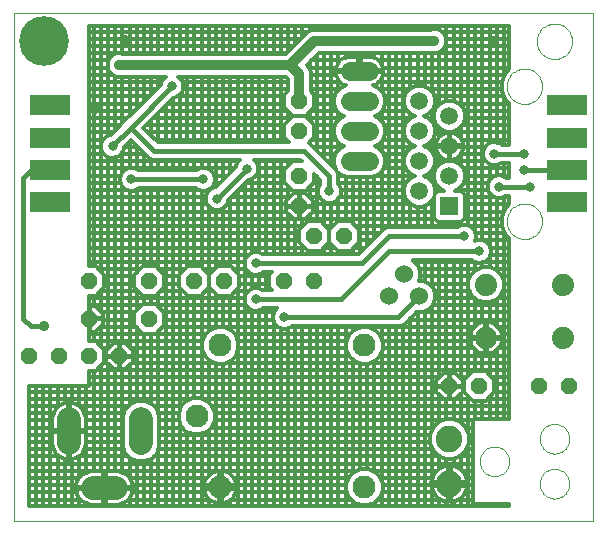
<source format=gbl>
G75*
G70*
%OFA0B0*%
%FSLAX24Y24*%
%IPPOS*%
%LPD*%
%AMOC8*
5,1,8,0,0,1.08239X$1,22.5*
%
%ADD10C,0.0000*%
%ADD11OC8,0.0560*%
%ADD12C,0.0594*%
%ADD13R,0.0594X0.0594*%
%ADD14R,0.1378X0.0669*%
%ADD15C,0.0640*%
%ADD16C,0.0787*%
%ADD17C,0.0768*%
%ADD18C,0.0600*%
%ADD19C,0.0886*%
%ADD20C,0.0740*%
%ADD21C,0.0120*%
%ADD22C,0.0356*%
%ADD23C,0.0320*%
%ADD24C,0.0317*%
%ADD25C,0.0160*%
%ADD26C,0.1660*%
D10*
X004380Y000300D02*
X004380Y017249D01*
X023671Y017249D01*
X023671Y000300D01*
X004380Y000300D01*
X019888Y002300D02*
X019890Y002344D01*
X019896Y002388D01*
X019906Y002431D01*
X019919Y002473D01*
X019937Y002513D01*
X019958Y002552D01*
X019982Y002589D01*
X020009Y002624D01*
X020040Y002656D01*
X020073Y002685D01*
X020109Y002711D01*
X020147Y002733D01*
X020187Y002752D01*
X020228Y002768D01*
X020271Y002780D01*
X020314Y002788D01*
X020358Y002792D01*
X020402Y002792D01*
X020446Y002788D01*
X020489Y002780D01*
X020532Y002768D01*
X020573Y002752D01*
X020613Y002733D01*
X020651Y002711D01*
X020687Y002685D01*
X020720Y002656D01*
X020751Y002624D01*
X020778Y002589D01*
X020802Y002552D01*
X020823Y002513D01*
X020841Y002473D01*
X020854Y002431D01*
X020864Y002388D01*
X020870Y002344D01*
X020872Y002300D01*
X020870Y002256D01*
X020864Y002212D01*
X020854Y002169D01*
X020841Y002127D01*
X020823Y002087D01*
X020802Y002048D01*
X020778Y002011D01*
X020751Y001976D01*
X020720Y001944D01*
X020687Y001915D01*
X020651Y001889D01*
X020613Y001867D01*
X020573Y001848D01*
X020532Y001832D01*
X020489Y001820D01*
X020446Y001812D01*
X020402Y001808D01*
X020358Y001808D01*
X020314Y001812D01*
X020271Y001820D01*
X020228Y001832D01*
X020187Y001848D01*
X020147Y001867D01*
X020109Y001889D01*
X020073Y001915D01*
X020040Y001944D01*
X020009Y001976D01*
X019982Y002011D01*
X019958Y002048D01*
X019937Y002087D01*
X019919Y002127D01*
X019906Y002169D01*
X019896Y002212D01*
X019890Y002256D01*
X019888Y002300D01*
X021888Y001550D02*
X021890Y001594D01*
X021896Y001638D01*
X021906Y001681D01*
X021919Y001723D01*
X021937Y001763D01*
X021958Y001802D01*
X021982Y001839D01*
X022009Y001874D01*
X022040Y001906D01*
X022073Y001935D01*
X022109Y001961D01*
X022147Y001983D01*
X022187Y002002D01*
X022228Y002018D01*
X022271Y002030D01*
X022314Y002038D01*
X022358Y002042D01*
X022402Y002042D01*
X022446Y002038D01*
X022489Y002030D01*
X022532Y002018D01*
X022573Y002002D01*
X022613Y001983D01*
X022651Y001961D01*
X022687Y001935D01*
X022720Y001906D01*
X022751Y001874D01*
X022778Y001839D01*
X022802Y001802D01*
X022823Y001763D01*
X022841Y001723D01*
X022854Y001681D01*
X022864Y001638D01*
X022870Y001594D01*
X022872Y001550D01*
X022870Y001506D01*
X022864Y001462D01*
X022854Y001419D01*
X022841Y001377D01*
X022823Y001337D01*
X022802Y001298D01*
X022778Y001261D01*
X022751Y001226D01*
X022720Y001194D01*
X022687Y001165D01*
X022651Y001139D01*
X022613Y001117D01*
X022573Y001098D01*
X022532Y001082D01*
X022489Y001070D01*
X022446Y001062D01*
X022402Y001058D01*
X022358Y001058D01*
X022314Y001062D01*
X022271Y001070D01*
X022228Y001082D01*
X022187Y001098D01*
X022147Y001117D01*
X022109Y001139D01*
X022073Y001165D01*
X022040Y001194D01*
X022009Y001226D01*
X021982Y001261D01*
X021958Y001298D01*
X021937Y001337D01*
X021919Y001377D01*
X021906Y001419D01*
X021896Y001462D01*
X021890Y001506D01*
X021888Y001550D01*
X021888Y003050D02*
X021890Y003094D01*
X021896Y003138D01*
X021906Y003181D01*
X021919Y003223D01*
X021937Y003263D01*
X021958Y003302D01*
X021982Y003339D01*
X022009Y003374D01*
X022040Y003406D01*
X022073Y003435D01*
X022109Y003461D01*
X022147Y003483D01*
X022187Y003502D01*
X022228Y003518D01*
X022271Y003530D01*
X022314Y003538D01*
X022358Y003542D01*
X022402Y003542D01*
X022446Y003538D01*
X022489Y003530D01*
X022532Y003518D01*
X022573Y003502D01*
X022613Y003483D01*
X022651Y003461D01*
X022687Y003435D01*
X022720Y003406D01*
X022751Y003374D01*
X022778Y003339D01*
X022802Y003302D01*
X022823Y003263D01*
X022841Y003223D01*
X022854Y003181D01*
X022864Y003138D01*
X022870Y003094D01*
X022872Y003050D01*
X022870Y003006D01*
X022864Y002962D01*
X022854Y002919D01*
X022841Y002877D01*
X022823Y002837D01*
X022802Y002798D01*
X022778Y002761D01*
X022751Y002726D01*
X022720Y002694D01*
X022687Y002665D01*
X022651Y002639D01*
X022613Y002617D01*
X022573Y002598D01*
X022532Y002582D01*
X022489Y002570D01*
X022446Y002562D01*
X022402Y002558D01*
X022358Y002558D01*
X022314Y002562D01*
X022271Y002570D01*
X022228Y002582D01*
X022187Y002598D01*
X022147Y002617D01*
X022109Y002639D01*
X022073Y002665D01*
X022040Y002694D01*
X022009Y002726D01*
X021982Y002761D01*
X021958Y002798D01*
X021937Y002837D01*
X021919Y002877D01*
X021906Y002919D01*
X021896Y002962D01*
X021890Y003006D01*
X021888Y003050D01*
X020789Y010300D02*
X020791Y010348D01*
X020797Y010396D01*
X020807Y010443D01*
X020820Y010489D01*
X020838Y010534D01*
X020858Y010578D01*
X020883Y010620D01*
X020911Y010659D01*
X020941Y010696D01*
X020975Y010730D01*
X021012Y010762D01*
X021050Y010791D01*
X021091Y010816D01*
X021134Y010838D01*
X021179Y010856D01*
X021225Y010870D01*
X021272Y010881D01*
X021320Y010888D01*
X021368Y010891D01*
X021416Y010890D01*
X021464Y010885D01*
X021512Y010876D01*
X021558Y010864D01*
X021603Y010847D01*
X021647Y010827D01*
X021689Y010804D01*
X021729Y010777D01*
X021767Y010747D01*
X021802Y010714D01*
X021834Y010678D01*
X021864Y010640D01*
X021890Y010599D01*
X021912Y010556D01*
X021932Y010512D01*
X021947Y010467D01*
X021959Y010420D01*
X021967Y010372D01*
X021971Y010324D01*
X021971Y010276D01*
X021967Y010228D01*
X021959Y010180D01*
X021947Y010133D01*
X021932Y010088D01*
X021912Y010044D01*
X021890Y010001D01*
X021864Y009960D01*
X021834Y009922D01*
X021802Y009886D01*
X021767Y009853D01*
X021729Y009823D01*
X021689Y009796D01*
X021647Y009773D01*
X021603Y009753D01*
X021558Y009736D01*
X021512Y009724D01*
X021464Y009715D01*
X021416Y009710D01*
X021368Y009709D01*
X021320Y009712D01*
X021272Y009719D01*
X021225Y009730D01*
X021179Y009744D01*
X021134Y009762D01*
X021091Y009784D01*
X021050Y009809D01*
X021012Y009838D01*
X020975Y009870D01*
X020941Y009904D01*
X020911Y009941D01*
X020883Y009980D01*
X020858Y010022D01*
X020838Y010066D01*
X020820Y010111D01*
X020807Y010157D01*
X020797Y010204D01*
X020791Y010252D01*
X020789Y010300D01*
X020789Y014800D02*
X020791Y014848D01*
X020797Y014896D01*
X020807Y014943D01*
X020820Y014989D01*
X020838Y015034D01*
X020858Y015078D01*
X020883Y015120D01*
X020911Y015159D01*
X020941Y015196D01*
X020975Y015230D01*
X021012Y015262D01*
X021050Y015291D01*
X021091Y015316D01*
X021134Y015338D01*
X021179Y015356D01*
X021225Y015370D01*
X021272Y015381D01*
X021320Y015388D01*
X021368Y015391D01*
X021416Y015390D01*
X021464Y015385D01*
X021512Y015376D01*
X021558Y015364D01*
X021603Y015347D01*
X021647Y015327D01*
X021689Y015304D01*
X021729Y015277D01*
X021767Y015247D01*
X021802Y015214D01*
X021834Y015178D01*
X021864Y015140D01*
X021890Y015099D01*
X021912Y015056D01*
X021932Y015012D01*
X021947Y014967D01*
X021959Y014920D01*
X021967Y014872D01*
X021971Y014824D01*
X021971Y014776D01*
X021967Y014728D01*
X021959Y014680D01*
X021947Y014633D01*
X021932Y014588D01*
X021912Y014544D01*
X021890Y014501D01*
X021864Y014460D01*
X021834Y014422D01*
X021802Y014386D01*
X021767Y014353D01*
X021729Y014323D01*
X021689Y014296D01*
X021647Y014273D01*
X021603Y014253D01*
X021558Y014236D01*
X021512Y014224D01*
X021464Y014215D01*
X021416Y014210D01*
X021368Y014209D01*
X021320Y014212D01*
X021272Y014219D01*
X021225Y014230D01*
X021179Y014244D01*
X021134Y014262D01*
X021091Y014284D01*
X021050Y014309D01*
X021012Y014338D01*
X020975Y014370D01*
X020941Y014404D01*
X020911Y014441D01*
X020883Y014480D01*
X020858Y014522D01*
X020838Y014566D01*
X020820Y014611D01*
X020807Y014657D01*
X020797Y014704D01*
X020791Y014752D01*
X020789Y014800D01*
X021789Y016300D02*
X021791Y016348D01*
X021797Y016396D01*
X021807Y016443D01*
X021820Y016489D01*
X021838Y016534D01*
X021858Y016578D01*
X021883Y016620D01*
X021911Y016659D01*
X021941Y016696D01*
X021975Y016730D01*
X022012Y016762D01*
X022050Y016791D01*
X022091Y016816D01*
X022134Y016838D01*
X022179Y016856D01*
X022225Y016870D01*
X022272Y016881D01*
X022320Y016888D01*
X022368Y016891D01*
X022416Y016890D01*
X022464Y016885D01*
X022512Y016876D01*
X022558Y016864D01*
X022603Y016847D01*
X022647Y016827D01*
X022689Y016804D01*
X022729Y016777D01*
X022767Y016747D01*
X022802Y016714D01*
X022834Y016678D01*
X022864Y016640D01*
X022890Y016599D01*
X022912Y016556D01*
X022932Y016512D01*
X022947Y016467D01*
X022959Y016420D01*
X022967Y016372D01*
X022971Y016324D01*
X022971Y016276D01*
X022967Y016228D01*
X022959Y016180D01*
X022947Y016133D01*
X022932Y016088D01*
X022912Y016044D01*
X022890Y016001D01*
X022864Y015960D01*
X022834Y015922D01*
X022802Y015886D01*
X022767Y015853D01*
X022729Y015823D01*
X022689Y015796D01*
X022647Y015773D01*
X022603Y015753D01*
X022558Y015736D01*
X022512Y015724D01*
X022464Y015715D01*
X022416Y015710D01*
X022368Y015709D01*
X022320Y015712D01*
X022272Y015719D01*
X022225Y015730D01*
X022179Y015744D01*
X022134Y015762D01*
X022091Y015784D01*
X022050Y015809D01*
X022012Y015838D01*
X021975Y015870D01*
X021941Y015904D01*
X021911Y015941D01*
X021883Y015980D01*
X021858Y016022D01*
X021838Y016066D01*
X021820Y016111D01*
X021807Y016157D01*
X021797Y016204D01*
X021791Y016252D01*
X021789Y016300D01*
D11*
X013880Y014300D03*
X013880Y013300D03*
X013880Y011800D03*
X013880Y010800D03*
X014380Y009800D03*
X015380Y009800D03*
X014380Y008300D03*
X013380Y008300D03*
X011380Y008300D03*
X010380Y008300D03*
X008880Y008300D03*
X008880Y007050D03*
X007880Y005800D03*
X006880Y005800D03*
X005880Y005800D03*
X004880Y005800D03*
X006880Y007050D03*
X006880Y008300D03*
X018880Y004800D03*
X019880Y004800D03*
X021880Y004800D03*
X022880Y004800D03*
D12*
X017880Y011300D03*
X018880Y011800D03*
X017880Y012300D03*
X018880Y012800D03*
X017880Y013300D03*
X018880Y013800D03*
X017880Y014300D03*
D13*
X018880Y010800D03*
D14*
X022800Y010930D03*
X022800Y012010D03*
X022800Y013090D03*
X022800Y014170D03*
X005560Y014170D03*
X005560Y013090D03*
X005560Y012010D03*
X005560Y010930D03*
D15*
X015560Y012300D02*
X016200Y012300D01*
X016200Y013300D02*
X015560Y013300D01*
X015560Y014300D02*
X016200Y014300D01*
X016200Y015300D02*
X015560Y015300D01*
D16*
X008600Y003694D02*
X008600Y002906D01*
X007774Y001410D02*
X006986Y001410D01*
X006199Y002906D02*
X006199Y003694D01*
D17*
X010455Y003800D03*
X011242Y001438D03*
X016045Y001438D03*
X016045Y006162D03*
X011242Y006162D03*
D18*
X016880Y007800D03*
X017380Y008550D03*
X017880Y007800D03*
D19*
X018880Y003050D03*
X018880Y001550D03*
D20*
X020100Y006410D03*
X020100Y008190D03*
X022660Y008190D03*
X022660Y006410D03*
D21*
X020880Y006300D02*
X020619Y006300D01*
X020617Y006286D02*
X020630Y006368D01*
X020630Y006370D01*
X020140Y006370D01*
X020140Y006450D01*
X020630Y006450D01*
X020630Y006452D01*
X020617Y006534D01*
X020591Y006613D01*
X020553Y006688D01*
X020504Y006755D01*
X020445Y006814D01*
X020378Y006863D01*
X020303Y006901D01*
X020224Y006927D01*
X020142Y006940D01*
X020140Y006940D01*
X020140Y006450D01*
X020060Y006450D01*
X020060Y006940D01*
X020058Y006940D01*
X019976Y006927D01*
X019897Y006901D01*
X019822Y006863D01*
X019755Y006814D01*
X019696Y006755D01*
X019647Y006688D01*
X019609Y006613D01*
X019583Y006534D01*
X019570Y006452D01*
X019570Y006450D01*
X020060Y006450D01*
X020060Y006370D01*
X020140Y006370D01*
X020140Y005880D01*
X020142Y005880D01*
X020224Y005893D01*
X020303Y005919D01*
X020378Y005957D01*
X020445Y006006D01*
X020504Y006065D01*
X020553Y006132D01*
X020591Y006207D01*
X020617Y006286D01*
X020460Y006370D02*
X020460Y006450D01*
X020615Y006540D02*
X020880Y006540D01*
X020880Y006780D02*
X020480Y006780D01*
X020460Y006800D02*
X020460Y007716D01*
X020484Y007740D02*
X020880Y007740D01*
X020880Y007980D02*
X020652Y007980D01*
X020690Y008073D02*
X020600Y007856D01*
X020434Y007690D01*
X020217Y007600D01*
X019983Y007600D01*
X019766Y007690D01*
X019600Y007856D01*
X019510Y008073D01*
X019510Y008307D01*
X019600Y008524D01*
X019766Y008690D01*
X019983Y008780D01*
X020217Y008780D01*
X020434Y008690D01*
X020600Y008524D01*
X020690Y008307D01*
X020690Y008073D01*
X020690Y008220D02*
X020880Y008220D01*
X020880Y008460D02*
X020627Y008460D01*
X020460Y008664D02*
X020460Y011072D01*
X020455Y011072D02*
X020605Y011072D01*
X020744Y011129D01*
X020765Y011150D01*
X020880Y011150D01*
X020880Y010861D01*
X020744Y010725D01*
X020629Y010449D01*
X020629Y010151D01*
X020744Y009875D01*
X020880Y009739D01*
X020880Y003710D01*
X019705Y003710D01*
X019670Y003675D01*
X019670Y000925D01*
X019705Y000890D01*
X020880Y000890D01*
X020880Y000800D01*
X004880Y000800D01*
X004880Y004800D01*
X006880Y004800D01*
X006880Y005300D01*
X007087Y005300D01*
X007380Y005593D01*
X007380Y006007D01*
X007087Y006300D01*
X006880Y006300D01*
X010646Y006300D01*
X010638Y006282D02*
X010638Y006042D01*
X010730Y005820D01*
X010900Y005650D01*
X011122Y005558D01*
X011362Y005558D01*
X011584Y005650D01*
X011754Y005820D01*
X015534Y005820D01*
X015533Y005820D02*
X015703Y005650D01*
X015925Y005558D01*
X016165Y005558D01*
X016387Y005650D01*
X016557Y005820D01*
X020880Y005820D01*
X020880Y005580D02*
X016218Y005580D01*
X016140Y005558D02*
X016140Y002042D01*
X016165Y002042D02*
X015925Y002042D01*
X015703Y001950D01*
X015533Y001780D01*
X015441Y001558D01*
X015441Y001318D01*
X015533Y001096D01*
X015703Y000926D01*
X015925Y000834D01*
X016165Y000834D01*
X016387Y000926D01*
X016557Y001096D01*
X016649Y001318D01*
X016649Y001558D01*
X016557Y001780D01*
X016387Y001950D01*
X016165Y002042D01*
X016314Y001980D02*
X018457Y001980D01*
X018487Y002010D02*
X018420Y001943D01*
X018364Y001866D01*
X018321Y001781D01*
X018292Y001691D01*
X018279Y001610D01*
X018820Y001610D01*
X018820Y002151D01*
X018739Y002138D01*
X018649Y002109D01*
X018564Y002066D01*
X018487Y002010D01*
X018540Y002048D02*
X018540Y002473D01*
X018572Y002460D02*
X009022Y002460D01*
X008948Y002386D02*
X009121Y002559D01*
X009214Y002784D01*
X009214Y003816D01*
X009121Y004041D01*
X008948Y004214D01*
X008723Y004307D01*
X008478Y004307D01*
X008253Y004214D01*
X008080Y004041D01*
X007987Y003816D01*
X007987Y002784D01*
X008080Y002559D01*
X008253Y002386D01*
X008478Y002293D01*
X008723Y002293D01*
X008948Y002386D01*
X008940Y002383D02*
X008940Y000800D01*
X008700Y000800D02*
X008700Y002293D01*
X008460Y002300D02*
X008460Y000800D01*
X008220Y000800D02*
X008220Y001083D01*
X008196Y001050D02*
X008247Y001120D01*
X008287Y001198D01*
X008314Y001281D01*
X008327Y001367D01*
X008327Y001372D01*
X007418Y001372D01*
X007418Y000857D01*
X007817Y000857D01*
X007903Y000870D01*
X007986Y000897D01*
X008064Y000937D01*
X008134Y000988D01*
X008196Y001050D01*
X008167Y001020D02*
X010892Y001020D01*
X010888Y001023D02*
X010957Y000973D01*
X011033Y000934D01*
X011115Y000907D01*
X011182Y000897D01*
X011182Y001378D01*
X010701Y001378D01*
X010712Y001310D01*
X010738Y001229D01*
X010777Y001153D01*
X010827Y001083D01*
X010888Y001023D01*
X010860Y001051D02*
X010860Y000800D01*
X010620Y000800D02*
X010620Y003215D01*
X010575Y003196D02*
X010797Y003288D01*
X010967Y003458D01*
X011059Y003680D01*
X011059Y003920D01*
X010967Y004142D01*
X010797Y004312D01*
X010575Y004404D01*
X010335Y004404D01*
X010113Y004312D01*
X009943Y004142D01*
X009851Y003920D01*
X009851Y003680D01*
X009943Y003458D01*
X010113Y003288D01*
X010335Y003196D01*
X010575Y003196D01*
X010380Y003196D02*
X010380Y000800D01*
X010140Y000800D02*
X010140Y003277D01*
X009981Y003420D02*
X009214Y003420D01*
X009214Y003180D02*
X018217Y003180D01*
X018217Y003182D02*
X018217Y002918D01*
X018318Y002674D01*
X018504Y002488D01*
X018748Y002387D01*
X019012Y002387D01*
X019256Y002488D01*
X019442Y002674D01*
X019543Y002918D01*
X019543Y003182D01*
X019442Y003426D01*
X019256Y003612D01*
X019012Y003713D01*
X018748Y003713D01*
X018504Y003612D01*
X018318Y003426D01*
X018217Y003182D01*
X018300Y003382D02*
X018300Y007485D01*
X018315Y007500D02*
X020880Y007500D01*
X020880Y007260D02*
X017764Y007260D01*
X017784Y007280D02*
X017983Y007280D01*
X018175Y007359D01*
X018321Y007505D01*
X018400Y007697D01*
X018400Y007903D01*
X018321Y008095D01*
X018175Y008241D01*
X017983Y008320D01*
X017848Y008320D01*
X017900Y008447D01*
X017900Y008653D01*
X017821Y008845D01*
X017675Y008991D01*
X017652Y009000D01*
X019645Y009000D01*
X019666Y008979D01*
X019805Y008922D01*
X019955Y008922D01*
X020094Y008979D01*
X020201Y009086D01*
X020258Y009225D01*
X020258Y009375D01*
X020201Y009514D01*
X020094Y009621D01*
X019955Y009678D01*
X019805Y009678D01*
X019726Y009646D01*
X019758Y009725D01*
X019758Y009875D01*
X019701Y010014D01*
X019594Y010121D01*
X019455Y010178D01*
X019305Y010178D01*
X019166Y010121D01*
X019145Y010100D01*
X016820Y010100D01*
X016710Y010054D01*
X016626Y009970D01*
X015856Y009200D01*
X012665Y009200D01*
X012644Y009221D01*
X012505Y009278D01*
X012355Y009278D01*
X012216Y009221D01*
X012109Y009114D01*
X012052Y008975D01*
X012052Y008825D01*
X012109Y008686D01*
X012216Y008579D01*
X012355Y008522D01*
X012505Y008522D01*
X012644Y008579D01*
X012665Y008600D01*
X012973Y008600D01*
X012880Y008507D01*
X012880Y008093D01*
X012973Y008000D01*
X012665Y008000D01*
X012644Y008021D01*
X012505Y008078D01*
X012355Y008078D01*
X012216Y008021D01*
X012109Y007914D01*
X012052Y007775D01*
X012052Y007625D01*
X012109Y007486D01*
X012216Y007379D01*
X012355Y007322D01*
X012505Y007322D01*
X012644Y007379D01*
X012665Y007400D01*
X013145Y007400D01*
X013059Y007314D01*
X013002Y007175D01*
X013002Y007025D01*
X013059Y006886D01*
X013166Y006779D01*
X013305Y006722D01*
X013455Y006722D01*
X013594Y006779D01*
X013615Y006800D01*
X017240Y006800D01*
X017350Y006846D01*
X017784Y007280D01*
X017820Y007280D02*
X017820Y000800D01*
X017580Y000800D02*
X017580Y007076D01*
X017524Y007020D02*
X020880Y007020D01*
X020220Y006928D02*
X020220Y007601D01*
X019980Y007601D02*
X019980Y006928D01*
X020060Y006780D02*
X020140Y006780D01*
X020140Y006540D02*
X020060Y006540D01*
X019980Y006450D02*
X019980Y006370D01*
X020060Y006370D02*
X019570Y006370D01*
X019570Y006368D01*
X019583Y006286D01*
X019609Y006207D01*
X019647Y006132D01*
X019696Y006065D01*
X019755Y006006D01*
X019822Y005957D01*
X019897Y005919D01*
X019976Y005893D01*
X020058Y005880D01*
X020060Y005880D01*
X020060Y006370D01*
X020060Y006300D02*
X020140Y006300D01*
X020220Y006370D02*
X020220Y006450D01*
X019740Y006450D02*
X019740Y006370D01*
X019581Y006300D02*
X016642Y006300D01*
X016649Y006282D02*
X016557Y006504D01*
X016387Y006674D01*
X016165Y006766D01*
X015925Y006766D01*
X015703Y006674D01*
X015533Y006504D01*
X015441Y006282D01*
X015441Y006042D01*
X015533Y005820D01*
X015660Y005694D02*
X015660Y001906D01*
X015776Y001980D02*
X004880Y001980D01*
X004880Y002220D02*
X019670Y002220D01*
X019670Y001980D02*
X019303Y001980D01*
X019273Y002010D02*
X019196Y002066D01*
X019111Y002109D01*
X019021Y002138D01*
X018940Y002151D01*
X018940Y001610D01*
X019481Y001610D01*
X019468Y001691D01*
X019439Y001781D01*
X019396Y001866D01*
X019340Y001943D01*
X019273Y002010D01*
X019260Y002019D02*
X019260Y002493D01*
X019188Y002460D02*
X019670Y002460D01*
X019670Y002700D02*
X019453Y002700D01*
X019500Y002815D02*
X019500Y000800D01*
X019260Y000800D02*
X019260Y001081D01*
X019273Y001090D02*
X019340Y001157D01*
X019396Y001234D01*
X019439Y001319D01*
X019468Y001409D01*
X019481Y001490D01*
X018940Y001490D01*
X018940Y001610D01*
X018820Y001610D01*
X018820Y001490D01*
X018940Y001490D01*
X018940Y000949D01*
X019021Y000962D01*
X019111Y000991D01*
X019196Y001034D01*
X019273Y001090D01*
X019168Y001020D02*
X019670Y001020D01*
X019740Y000890D02*
X019740Y000800D01*
X019980Y000800D02*
X019980Y000890D01*
X020220Y000890D02*
X020220Y000800D01*
X020460Y000800D02*
X020460Y000890D01*
X020700Y000890D02*
X020700Y000800D01*
X019670Y001260D02*
X019409Y001260D01*
X019260Y001490D02*
X019260Y001610D01*
X019452Y001740D02*
X019670Y001740D01*
X019670Y001500D02*
X018940Y001500D01*
X019020Y001490D02*
X019020Y001610D01*
X018940Y001740D02*
X018820Y001740D01*
X018780Y001610D02*
X018780Y001490D01*
X018820Y001490D02*
X018279Y001490D01*
X018292Y001409D01*
X018321Y001319D01*
X018364Y001234D01*
X018420Y001157D01*
X018487Y001090D01*
X018564Y001034D01*
X018649Y000991D01*
X018739Y000962D01*
X018820Y000949D01*
X018820Y001490D01*
X018820Y001500D02*
X016649Y001500D01*
X016620Y001628D02*
X016620Y005972D01*
X016649Y006042D02*
X016557Y005820D01*
X016649Y006042D02*
X016649Y006282D01*
X016620Y006353D02*
X016620Y006800D01*
X016860Y006800D02*
X016860Y000800D01*
X016620Y000800D02*
X016620Y001247D01*
X016625Y001260D02*
X018351Y001260D01*
X018300Y001384D02*
X018300Y000800D01*
X018060Y000800D02*
X018060Y007312D01*
X018400Y007740D02*
X019716Y007740D01*
X019740Y007716D02*
X019740Y006800D01*
X019720Y006780D02*
X013595Y006780D01*
X013500Y006740D02*
X013500Y000800D01*
X013260Y000800D02*
X013260Y006740D01*
X013165Y006780D02*
X009317Y006780D01*
X009380Y006843D02*
X009087Y006550D01*
X008673Y006550D01*
X008380Y006843D01*
X008380Y007257D01*
X008673Y007550D01*
X009087Y007550D01*
X009380Y007257D01*
X009380Y006843D01*
X009380Y007020D02*
X013004Y007020D01*
X013020Y006980D02*
X013020Y000800D01*
X012780Y000800D02*
X012780Y007400D01*
X013020Y007400D02*
X013020Y007220D01*
X013037Y007260D02*
X009377Y007260D01*
X009180Y007457D02*
X009180Y007893D01*
X009267Y007980D02*
X009993Y007980D01*
X009900Y008073D02*
X009900Y004039D01*
X009942Y004140D02*
X009022Y004140D01*
X008940Y004217D02*
X008940Y006550D01*
X008700Y006550D02*
X008700Y004307D01*
X008460Y004300D02*
X008460Y006763D01*
X008443Y006780D02*
X007232Y006780D01*
X007260Y006808D02*
X007260Y006127D01*
X007327Y006060D02*
X007518Y006060D01*
X007500Y006042D02*
X007500Y012452D01*
X007436Y012479D02*
X007575Y012422D01*
X007725Y012422D01*
X007864Y012479D01*
X007971Y012586D01*
X008028Y012725D01*
X008028Y012774D01*
X008255Y013001D01*
X008860Y012396D01*
X008970Y012350D01*
X011895Y012350D01*
X011809Y012264D01*
X011752Y012125D01*
X011752Y012096D01*
X011084Y011428D01*
X011055Y011428D01*
X010916Y011371D01*
X010809Y011264D01*
X010752Y011125D01*
X010752Y010975D01*
X010809Y010836D01*
X010916Y010729D01*
X011055Y010672D01*
X011205Y010672D01*
X011344Y010729D01*
X011451Y010836D01*
X011508Y010975D01*
X011508Y011004D01*
X012176Y011672D01*
X012205Y011672D01*
X012344Y011729D01*
X012451Y011836D01*
X012508Y011975D01*
X012508Y012125D01*
X012451Y012264D01*
X012365Y012350D01*
X013906Y012350D01*
X013956Y012300D01*
X013673Y012300D01*
X013380Y012007D01*
X013380Y011593D01*
X013673Y011300D01*
X014087Y011300D01*
X014380Y011593D01*
X014380Y011876D01*
X014580Y011676D01*
X014580Y011535D01*
X014559Y011514D01*
X014502Y011375D01*
X014502Y011225D01*
X014559Y011086D01*
X014666Y010979D01*
X014805Y010922D01*
X014955Y010922D01*
X015094Y010979D01*
X015201Y011086D01*
X015258Y011225D01*
X015258Y011375D01*
X015201Y011514D01*
X015180Y011535D01*
X015180Y011916D01*
X015180Y011860D02*
X015140Y011956D01*
X015254Y011842D01*
X015453Y011760D01*
X016307Y011760D01*
X016506Y011842D01*
X016658Y011994D01*
X016740Y012193D01*
X016740Y012407D01*
X016658Y012606D01*
X016506Y012758D01*
X016404Y012800D01*
X016506Y012842D01*
X016658Y012994D01*
X016740Y013193D01*
X016740Y013407D01*
X016658Y013606D01*
X016506Y013758D01*
X016404Y013800D01*
X016506Y013842D01*
X016658Y013994D01*
X016740Y014193D01*
X016740Y014407D01*
X016658Y014606D01*
X016506Y014758D01*
X016321Y014835D01*
X016384Y014855D01*
X016452Y014889D01*
X016513Y014934D01*
X016566Y014987D01*
X016611Y015048D01*
X016645Y015116D01*
X016668Y015188D01*
X016680Y015260D01*
X015920Y015260D01*
X015920Y015340D01*
X015840Y015340D01*
X015840Y015780D01*
X015522Y015780D01*
X015448Y015768D01*
X015376Y015745D01*
X015308Y015711D01*
X015247Y015666D01*
X015194Y015613D01*
X015149Y015552D01*
X015115Y015484D01*
X015092Y015412D01*
X015080Y015340D01*
X015840Y015340D01*
X015840Y015260D01*
X015080Y015260D01*
X015092Y015188D01*
X015115Y015116D01*
X015149Y015048D01*
X015194Y014987D01*
X015247Y014934D01*
X015308Y014889D01*
X015376Y014855D01*
X015439Y014835D01*
X015254Y014758D01*
X015102Y014606D01*
X015020Y014407D01*
X015020Y014193D01*
X015102Y013994D01*
X015254Y013842D01*
X015356Y013800D01*
X015254Y013758D01*
X015102Y013606D01*
X015020Y013407D01*
X015020Y013193D01*
X015102Y012994D01*
X015254Y012842D01*
X015356Y012800D01*
X015254Y012758D01*
X015102Y012606D01*
X015020Y012407D01*
X015020Y012193D01*
X015097Y012008D01*
X014284Y012820D01*
X014200Y012904D01*
X014194Y012907D01*
X014380Y013093D01*
X014380Y013507D01*
X014087Y013800D01*
X014380Y014093D01*
X014380Y014507D01*
X014260Y014627D01*
X014260Y015276D01*
X014202Y015415D01*
X014117Y015500D01*
X014537Y015920D01*
X018257Y015920D01*
X018301Y015902D01*
X018459Y015902D01*
X018606Y015962D01*
X018718Y016074D01*
X018778Y016221D01*
X018778Y016379D01*
X018718Y016526D01*
X018606Y016638D01*
X018459Y016698D01*
X018301Y016698D01*
X018257Y016680D01*
X014304Y016680D01*
X014165Y016622D01*
X013423Y015880D01*
X008003Y015880D01*
X007959Y015898D01*
X007801Y015898D01*
X007654Y015838D01*
X007542Y015726D01*
X007482Y015579D01*
X007482Y015421D01*
X007542Y015274D01*
X007654Y015162D01*
X007801Y015102D01*
X007959Y015102D01*
X008003Y015120D01*
X009415Y015120D01*
X009309Y015014D01*
X009252Y014875D01*
X009252Y014846D01*
X008001Y013595D01*
X007584Y013178D01*
X007575Y013178D01*
X007436Y013121D01*
X007329Y013014D01*
X007271Y012875D01*
X007271Y012725D01*
X007329Y012586D01*
X007436Y012479D01*
X007375Y012540D02*
X006880Y012540D01*
X006880Y012300D02*
X011845Y012300D01*
X011820Y012275D02*
X011820Y012350D01*
X011580Y012350D02*
X011580Y011924D01*
X011476Y011820D02*
X011040Y011820D01*
X011058Y011775D02*
X011001Y011914D01*
X010894Y012021D01*
X010755Y012078D01*
X010605Y012078D01*
X010466Y012021D01*
X010445Y012000D01*
X008515Y012000D01*
X008494Y012021D01*
X008355Y012078D01*
X008205Y012078D01*
X008066Y012021D01*
X007959Y011914D01*
X007902Y011775D01*
X007902Y011625D01*
X007959Y011486D01*
X008066Y011379D01*
X008205Y011322D01*
X008355Y011322D01*
X008494Y011379D01*
X008515Y011400D01*
X010445Y011400D01*
X010466Y011379D01*
X010605Y011322D01*
X010755Y011322D01*
X010894Y011379D01*
X011001Y011486D01*
X011058Y011625D01*
X011058Y011775D01*
X011040Y011580D02*
X011236Y011580D01*
X011340Y011684D02*
X011340Y012350D01*
X011100Y012350D02*
X011100Y011444D01*
X010885Y011340D02*
X010800Y011340D01*
X010860Y011315D02*
X010860Y011365D01*
X010620Y011322D02*
X010620Y008767D01*
X010587Y008800D02*
X010173Y008800D01*
X009880Y008507D01*
X009880Y008093D01*
X010173Y007800D01*
X010587Y007800D01*
X010880Y008093D01*
X011173Y007800D01*
X011587Y007800D01*
X011880Y008093D01*
X011880Y008507D01*
X011587Y008800D01*
X011173Y008800D01*
X010880Y008507D01*
X010880Y008093D01*
X010880Y008507D01*
X010587Y008800D01*
X010687Y008700D02*
X011073Y008700D01*
X011100Y008727D02*
X011100Y010672D01*
X011340Y010727D02*
X011340Y008800D01*
X011580Y008800D02*
X011580Y011076D01*
X011604Y011100D02*
X013558Y011100D01*
X013500Y011042D02*
X013500Y011473D01*
X013393Y011580D02*
X012084Y011580D01*
X012060Y011556D02*
X012060Y008996D01*
X012052Y008940D02*
X006880Y008940D01*
X006880Y008800D02*
X006880Y016800D01*
X020880Y016800D01*
X020880Y015361D01*
X020744Y015225D01*
X020629Y014949D01*
X020629Y014651D01*
X020744Y014375D01*
X020880Y014239D01*
X020880Y012850D01*
X020615Y012850D01*
X020594Y012871D01*
X020455Y012928D01*
X020305Y012928D01*
X020166Y012871D01*
X020059Y012764D01*
X020002Y012625D01*
X020002Y012475D01*
X020059Y012336D01*
X020166Y012229D01*
X020305Y012172D01*
X020455Y012172D01*
X020594Y012229D01*
X020615Y012250D01*
X020880Y012250D01*
X020880Y011750D01*
X020765Y011750D01*
X020744Y011771D01*
X020605Y011828D01*
X020455Y011828D01*
X020316Y011771D01*
X020209Y011664D01*
X020152Y011525D01*
X020152Y011375D01*
X020209Y011236D01*
X020316Y011129D01*
X020455Y011072D01*
X020386Y011100D02*
X019397Y011100D01*
X019397Y011188D02*
X019268Y011317D01*
X019066Y011317D01*
X019173Y011362D01*
X019318Y011507D01*
X019397Y011697D01*
X019397Y011903D01*
X019318Y012093D01*
X019173Y012238D01*
X018983Y012317D01*
X018777Y012317D01*
X018587Y012238D01*
X018442Y012093D01*
X018363Y011903D01*
X018363Y011697D01*
X018442Y011507D01*
X018587Y011362D01*
X018694Y011317D01*
X018492Y011317D01*
X018397Y011223D01*
X018397Y011403D01*
X018318Y011593D01*
X018173Y011738D01*
X018024Y011800D01*
X018173Y011862D01*
X018318Y012007D01*
X018397Y012197D01*
X018397Y012403D01*
X018318Y012593D01*
X018173Y012738D01*
X018024Y012800D01*
X018173Y012862D01*
X018318Y013007D01*
X018397Y013197D01*
X018397Y013403D01*
X018318Y013593D01*
X018173Y013738D01*
X018024Y013800D01*
X018173Y013862D01*
X018318Y014007D01*
X018397Y014197D01*
X018397Y014403D01*
X018318Y014593D01*
X018173Y014738D01*
X017983Y014817D01*
X017777Y014817D01*
X017587Y014738D01*
X017442Y014593D01*
X017363Y014403D01*
X017363Y014197D01*
X017442Y014007D01*
X017587Y013862D01*
X017736Y013800D01*
X017587Y013738D01*
X017442Y013593D01*
X017363Y013403D01*
X017363Y013197D01*
X017442Y013007D01*
X017587Y012862D01*
X017736Y012800D01*
X017587Y012738D01*
X017442Y012593D01*
X017363Y012403D01*
X017363Y012197D01*
X017442Y012007D01*
X017587Y011862D01*
X017736Y011800D01*
X017587Y011738D01*
X017442Y011593D01*
X017363Y011403D01*
X017363Y011197D01*
X017442Y011007D01*
X017587Y010862D01*
X017777Y010783D01*
X017983Y010783D01*
X018173Y010862D01*
X018318Y011007D01*
X018363Y011114D01*
X018363Y010412D01*
X018492Y010283D01*
X019268Y010283D01*
X019397Y010412D01*
X019397Y011188D01*
X019260Y011317D02*
X019260Y011449D01*
X019349Y011580D02*
X020174Y011580D01*
X020220Y011675D02*
X020220Y012207D01*
X020095Y012300D02*
X019024Y012300D01*
X019020Y012302D02*
X019020Y012365D01*
X018987Y012354D02*
X019055Y012376D01*
X019120Y012409D01*
X019178Y012451D01*
X019229Y012502D01*
X019271Y012560D01*
X019304Y012625D01*
X019326Y012693D01*
X019337Y012764D01*
X019337Y012771D01*
X018909Y012771D01*
X018909Y012829D01*
X018851Y012829D01*
X018851Y013257D01*
X018844Y013257D01*
X018773Y013246D01*
X018705Y013224D01*
X018640Y013191D01*
X018582Y013149D01*
X018531Y013098D01*
X018489Y013040D01*
X018456Y012975D01*
X018434Y012907D01*
X018423Y012836D01*
X018423Y012829D01*
X018851Y012829D01*
X018851Y012771D01*
X018423Y012771D01*
X018423Y012764D01*
X018434Y012693D01*
X018456Y012625D01*
X018489Y012560D01*
X018531Y012502D01*
X018582Y012451D01*
X018640Y012409D01*
X018705Y012376D01*
X018773Y012354D01*
X018844Y012343D01*
X018851Y012343D01*
X018851Y012771D01*
X018909Y012771D01*
X018909Y012343D01*
X018916Y012343D01*
X018987Y012354D01*
X018909Y012540D02*
X018851Y012540D01*
X018780Y012353D02*
X018780Y012317D01*
X018736Y012300D02*
X018397Y012300D01*
X018540Y012191D02*
X018540Y012493D01*
X018504Y012540D02*
X018340Y012540D01*
X018300Y012611D02*
X018300Y012989D01*
X018324Y013020D02*
X018479Y013020D01*
X018540Y013107D02*
X018540Y013409D01*
X018587Y013362D02*
X018442Y013507D01*
X018363Y013697D01*
X018363Y013903D01*
X018442Y014093D01*
X018587Y014238D01*
X018777Y014317D01*
X018983Y014317D01*
X019173Y014238D01*
X019318Y014093D01*
X019397Y013903D01*
X019397Y013697D01*
X019318Y013507D01*
X019173Y013362D01*
X018983Y013283D01*
X018777Y013283D01*
X018587Y013362D01*
X018449Y013500D02*
X018357Y013500D01*
X018300Y013611D02*
X018300Y013989D01*
X018291Y013980D02*
X018395Y013980D01*
X018363Y013740D02*
X018169Y013740D01*
X018060Y013785D02*
X018060Y013815D01*
X017591Y013740D02*
X016524Y013740D01*
X016620Y013644D02*
X016620Y013956D01*
X016644Y013980D02*
X017469Y013980D01*
X017580Y013869D02*
X017580Y013731D01*
X017403Y013500D02*
X016702Y013500D01*
X016740Y013260D02*
X017363Y013260D01*
X017436Y013020D02*
X016669Y013020D01*
X016620Y012956D02*
X016620Y012644D01*
X016685Y012540D02*
X017420Y012540D01*
X017363Y012300D02*
X016740Y012300D01*
X016685Y012060D02*
X017420Y012060D01*
X017580Y011869D02*
X017580Y011731D01*
X017687Y011820D02*
X016452Y011820D01*
X016380Y011790D02*
X016380Y009724D01*
X016316Y009660D02*
X015880Y009660D01*
X015880Y009593D02*
X015587Y009300D01*
X015173Y009300D01*
X014880Y009593D01*
X014880Y010007D01*
X015173Y010300D01*
X015587Y010300D01*
X015880Y010007D01*
X015880Y009593D01*
X015707Y009420D02*
X016076Y009420D01*
X016140Y009484D02*
X016140Y011760D01*
X015900Y011760D02*
X015900Y009244D01*
X015660Y009200D02*
X015660Y009373D01*
X015420Y009300D02*
X015420Y009200D01*
X015180Y009200D02*
X015180Y009300D01*
X015053Y009420D02*
X014707Y009420D01*
X014700Y009413D02*
X014700Y009200D01*
X014587Y009300D02*
X014880Y009593D01*
X014880Y010007D01*
X014587Y010300D01*
X014173Y010300D01*
X013880Y010007D01*
X013880Y009593D01*
X014173Y009300D01*
X014587Y009300D01*
X014460Y009300D02*
X014460Y009200D01*
X014220Y009200D02*
X014220Y009300D01*
X014053Y009420D02*
X006880Y009420D01*
X006880Y009180D02*
X012175Y009180D01*
X012300Y009256D02*
X012300Y011711D01*
X012435Y011820D02*
X013380Y011820D01*
X013433Y012060D02*
X012508Y012060D01*
X012415Y012300D02*
X013956Y012300D01*
X013740Y012300D02*
X013740Y012350D01*
X013500Y012350D02*
X013500Y012127D01*
X013260Y012350D02*
X013260Y009200D01*
X013500Y009200D02*
X013500Y010558D01*
X013440Y010618D02*
X013698Y010360D01*
X013860Y010360D01*
X013860Y010780D01*
X013440Y010780D01*
X013440Y010618D01*
X013440Y010620D02*
X006880Y010620D01*
X006880Y010380D02*
X013678Y010380D01*
X013740Y010360D02*
X013740Y009200D01*
X013980Y009200D02*
X013980Y009493D01*
X013880Y009660D02*
X006880Y009660D01*
X006880Y009900D02*
X013880Y009900D01*
X013980Y010107D02*
X013980Y010360D01*
X013900Y010360D02*
X014062Y010360D01*
X014320Y010618D01*
X014320Y010780D01*
X013900Y010780D01*
X013900Y010820D01*
X013860Y010820D01*
X013860Y011240D01*
X013698Y011240D01*
X013440Y010982D01*
X013440Y010820D01*
X013860Y010820D01*
X013860Y010780D01*
X013900Y010780D01*
X013900Y010360D01*
X013900Y010380D02*
X013860Y010380D01*
X014082Y010380D02*
X018395Y010380D01*
X018540Y010283D02*
X018540Y010100D01*
X018780Y010100D02*
X018780Y010283D01*
X019020Y010283D02*
X019020Y010100D01*
X019212Y010140D02*
X015747Y010140D01*
X015660Y010227D02*
X015660Y011760D01*
X015420Y011773D02*
X015420Y010300D01*
X015180Y010300D02*
X015180Y011065D01*
X015207Y011100D02*
X017403Y011100D01*
X017363Y011340D02*
X015258Y011340D01*
X015180Y011535D02*
X015180Y011860D01*
X015180Y011820D02*
X015308Y011820D01*
X015180Y011580D02*
X017436Y011580D01*
X016620Y011956D02*
X016620Y009964D01*
X016556Y009900D02*
X015880Y009900D01*
X015013Y010140D02*
X014747Y010140D01*
X014700Y010187D02*
X014700Y010965D01*
X014553Y011100D02*
X014202Y011100D01*
X014220Y011082D02*
X014220Y011433D01*
X014127Y011340D02*
X014502Y011340D01*
X014580Y011580D02*
X014367Y011580D01*
X014460Y011796D02*
X014460Y010300D01*
X014220Y010300D02*
X014220Y010518D01*
X014320Y010620D02*
X018363Y010620D01*
X018060Y010815D02*
X018060Y010100D01*
X018300Y010100D02*
X018300Y010989D01*
X018357Y011100D02*
X018363Y011100D01*
X018363Y010860D02*
X018169Y010860D01*
X017820Y010783D02*
X017820Y010100D01*
X017580Y010100D02*
X017580Y010869D01*
X017591Y010860D02*
X014320Y010860D01*
X014320Y010820D02*
X014320Y010982D01*
X014062Y011240D01*
X013900Y011240D01*
X013900Y010820D01*
X014320Y010820D01*
X014220Y010820D02*
X014220Y010780D01*
X013980Y010780D02*
X013980Y010820D01*
X013900Y010860D02*
X013860Y010860D01*
X013740Y010820D02*
X013740Y010780D01*
X013860Y010620D02*
X013900Y010620D01*
X013500Y010780D02*
X013500Y010820D01*
X013440Y010860D02*
X011461Y010860D01*
X011820Y011316D02*
X011820Y008567D01*
X011880Y008460D02*
X012880Y008460D01*
X012780Y008600D02*
X012780Y008000D01*
X012880Y008220D02*
X011880Y008220D01*
X011820Y008033D02*
X011820Y006345D01*
X011839Y006300D02*
X015449Y006300D01*
X015441Y006060D02*
X011846Y006060D01*
X011846Y006042D02*
X011754Y005820D01*
X011820Y005979D02*
X011820Y000800D01*
X011580Y000800D02*
X011580Y001011D01*
X011592Y001020D02*
X015609Y001020D01*
X015660Y000969D02*
X015660Y000800D01*
X015420Y000800D02*
X015420Y006800D01*
X015660Y006800D02*
X015660Y006631D01*
X015569Y006540D02*
X011718Y006540D01*
X011754Y006504D02*
X011584Y006674D01*
X011362Y006766D01*
X011122Y006766D01*
X010900Y006674D01*
X010730Y006504D01*
X010638Y006282D01*
X010638Y006060D02*
X008242Y006060D01*
X008220Y006082D02*
X008220Y011322D01*
X008160Y011340D02*
X006880Y011340D01*
X006880Y011100D02*
X010752Y011100D01*
X010799Y010860D02*
X006880Y010860D01*
X006880Y011580D02*
X007920Y011580D01*
X007980Y011465D02*
X007980Y006240D01*
X007900Y006240D02*
X008062Y006240D01*
X008320Y005982D01*
X008320Y005820D01*
X010730Y005820D01*
X010860Y005690D02*
X010860Y004249D01*
X010968Y004140D02*
X020880Y004140D01*
X020880Y004380D02*
X020167Y004380D01*
X020220Y004433D02*
X020220Y003710D01*
X019980Y003710D02*
X019980Y004300D01*
X020087Y004300D02*
X019673Y004300D01*
X019380Y004593D01*
X019380Y005007D01*
X019673Y005300D01*
X020087Y005300D01*
X020380Y005007D01*
X020380Y004593D01*
X020087Y004300D01*
X019740Y004300D02*
X019740Y003710D01*
X019670Y003660D02*
X019140Y003660D01*
X019020Y003710D02*
X019020Y004360D01*
X019062Y004360D02*
X019320Y004618D01*
X019320Y004780D01*
X018900Y004780D01*
X018900Y004820D01*
X019320Y004820D01*
X019320Y004982D01*
X019062Y005240D01*
X018900Y005240D01*
X018900Y004820D01*
X018860Y004820D01*
X018860Y005240D01*
X018698Y005240D01*
X018440Y004982D01*
X018440Y004820D01*
X018860Y004820D01*
X018860Y004780D01*
X018900Y004780D01*
X018900Y004360D01*
X019062Y004360D01*
X019082Y004380D02*
X019593Y004380D01*
X019500Y004473D02*
X019500Y003285D01*
X019543Y003180D02*
X019670Y003180D01*
X019670Y003420D02*
X019444Y003420D01*
X019260Y003607D02*
X019260Y004558D01*
X019320Y004620D02*
X019380Y004620D01*
X019260Y004780D02*
X019260Y004820D01*
X019320Y004860D02*
X019380Y004860D01*
X019260Y005042D02*
X019260Y009000D01*
X019020Y009000D02*
X019020Y005240D01*
X018900Y005100D02*
X018860Y005100D01*
X018780Y005240D02*
X018780Y009000D01*
X018540Y009000D02*
X018540Y005082D01*
X018558Y005100D02*
X006880Y005100D01*
X006880Y004860D02*
X018440Y004860D01*
X018440Y004780D02*
X018440Y004618D01*
X018698Y004360D01*
X018860Y004360D01*
X018860Y004780D01*
X018440Y004780D01*
X018540Y004780D02*
X018540Y004820D01*
X018440Y004620D02*
X004880Y004620D01*
X004880Y004380D02*
X010277Y004380D01*
X010380Y004404D02*
X010380Y007800D01*
X010140Y007833D02*
X010140Y004323D01*
X010620Y004385D02*
X010620Y007833D01*
X010767Y007980D02*
X010993Y007980D01*
X011100Y007873D02*
X011100Y006757D01*
X011340Y006766D02*
X011340Y007800D01*
X011580Y007800D02*
X011580Y006676D01*
X011754Y006504D02*
X011846Y006282D01*
X011846Y006042D01*
X011580Y005649D02*
X011580Y001865D01*
X011597Y001853D02*
X011527Y001903D01*
X011451Y001942D01*
X011370Y001968D01*
X011302Y001979D01*
X011302Y001498D01*
X011182Y001498D01*
X011182Y001979D01*
X011115Y001968D01*
X011033Y001942D01*
X010957Y001903D01*
X010888Y001853D01*
X010827Y001792D01*
X010777Y001723D01*
X010738Y001647D01*
X010712Y001565D01*
X010701Y001498D01*
X011182Y001498D01*
X011182Y001378D01*
X011302Y001378D01*
X011302Y000897D01*
X011370Y000907D01*
X011451Y000934D01*
X011527Y000973D01*
X011597Y001023D01*
X011657Y001083D01*
X011707Y001153D01*
X011746Y001229D01*
X011773Y001310D01*
X011783Y001378D01*
X011302Y001378D01*
X011302Y001498D01*
X011783Y001498D01*
X011773Y001565D01*
X011746Y001647D01*
X011707Y001723D01*
X011657Y001792D01*
X011597Y001853D01*
X011695Y001740D02*
X015517Y001740D01*
X015441Y001500D02*
X011783Y001500D01*
X011580Y001498D02*
X011580Y001378D01*
X011756Y001260D02*
X015465Y001260D01*
X015180Y000800D02*
X015180Y006800D01*
X014940Y006800D02*
X014940Y000800D01*
X014700Y000800D02*
X014700Y006800D01*
X014460Y006800D02*
X014460Y000800D01*
X014220Y000800D02*
X014220Y006800D01*
X013980Y006800D02*
X013980Y000800D01*
X013740Y000800D02*
X013740Y006800D01*
X012540Y007336D02*
X012540Y000800D01*
X012300Y000800D02*
X012300Y007344D01*
X012103Y007500D02*
X009137Y007500D01*
X008940Y007550D02*
X008940Y007800D01*
X009087Y007800D02*
X008673Y007800D01*
X008380Y008093D01*
X008380Y008507D01*
X008673Y008800D01*
X009087Y008800D01*
X009380Y008507D01*
X009380Y008093D01*
X009087Y007800D01*
X008700Y007800D02*
X008700Y007550D01*
X008623Y007500D02*
X006880Y007500D01*
X006900Y007490D02*
X006900Y007070D01*
X006880Y007070D01*
X006880Y007800D01*
X007087Y007800D01*
X007380Y008093D01*
X007380Y008507D01*
X007087Y008800D01*
X006880Y008800D01*
X007020Y008800D02*
X007020Y016800D01*
X006880Y016620D02*
X014163Y016620D01*
X014220Y016645D02*
X014220Y016800D01*
X014460Y016800D02*
X014460Y016680D01*
X014700Y016680D02*
X014700Y016800D01*
X014940Y016800D02*
X014940Y016680D01*
X015180Y016680D02*
X015180Y016800D01*
X015420Y016800D02*
X015420Y016680D01*
X015660Y016680D02*
X015660Y016800D01*
X015900Y016800D02*
X015900Y016680D01*
X016140Y016680D02*
X016140Y016800D01*
X016380Y016800D02*
X016380Y016680D01*
X016620Y016680D02*
X016620Y016800D01*
X016860Y016800D02*
X016860Y016680D01*
X017100Y016680D02*
X017100Y016800D01*
X017340Y016800D02*
X017340Y016680D01*
X017580Y016680D02*
X017580Y016800D01*
X017820Y016800D02*
X017820Y016680D01*
X018060Y016680D02*
X018060Y016800D01*
X018300Y016800D02*
X018300Y016698D01*
X018540Y016665D02*
X018540Y016800D01*
X018623Y016620D02*
X020880Y016620D01*
X020880Y016380D02*
X018778Y016380D01*
X018745Y016140D02*
X020880Y016140D01*
X020880Y015900D02*
X014517Y015900D01*
X014460Y015843D02*
X014460Y012644D01*
X014564Y012540D02*
X015075Y012540D01*
X015180Y012684D02*
X015180Y012916D01*
X015091Y013020D02*
X014307Y013020D01*
X014220Y012933D02*
X014220Y012884D01*
X014324Y012780D02*
X015308Y012780D01*
X015020Y012300D02*
X014804Y012300D01*
X014700Y012404D02*
X014700Y015920D01*
X014940Y015920D02*
X014940Y012164D01*
X015044Y012060D02*
X015075Y012060D01*
X014436Y011820D02*
X014380Y011820D01*
X013980Y011300D02*
X013980Y011240D01*
X013900Y011100D02*
X013860Y011100D01*
X013740Y011240D02*
X013740Y011300D01*
X013633Y011340D02*
X011844Y011340D01*
X011716Y012060D02*
X010800Y012060D01*
X010860Y012035D02*
X010860Y012350D01*
X010620Y012350D02*
X010620Y012078D01*
X010560Y012060D02*
X008400Y012060D01*
X008460Y012035D02*
X008460Y012796D01*
X008476Y012780D02*
X008034Y012780D01*
X007980Y012608D02*
X007980Y011935D01*
X007920Y011820D02*
X006880Y011820D01*
X006880Y012060D02*
X008160Y012060D01*
X008220Y012078D02*
X008220Y012966D01*
X007925Y012540D02*
X008716Y012540D01*
X008700Y012556D02*
X008700Y012000D01*
X008940Y012000D02*
X008940Y012363D01*
X009180Y012350D02*
X009180Y012000D01*
X009420Y012000D02*
X009420Y012350D01*
X009660Y012350D02*
X009660Y012000D01*
X009900Y012000D02*
X009900Y012350D01*
X010140Y012350D02*
X010140Y012000D01*
X010380Y012000D02*
X010380Y012350D01*
X010380Y012950D02*
X010380Y015120D01*
X010140Y015120D02*
X010140Y012950D01*
X009900Y012950D02*
X009900Y014535D01*
X009951Y014586D02*
X010008Y014725D01*
X010008Y014875D01*
X009951Y015014D01*
X009845Y015120D01*
X013423Y015120D01*
X013500Y015043D01*
X013500Y014627D01*
X013380Y014507D01*
X013380Y014093D01*
X013673Y013800D01*
X014087Y013800D01*
X013673Y013800D01*
X013380Y013507D01*
X013380Y013093D01*
X013523Y012950D01*
X009154Y012950D01*
X008679Y013425D01*
X009676Y014422D01*
X009705Y014422D01*
X009844Y014479D01*
X009951Y014586D01*
X009998Y014700D02*
X013500Y014700D01*
X013500Y014940D02*
X009982Y014940D01*
X009900Y015065D02*
X009900Y015120D01*
X010620Y015120D02*
X010620Y012950D01*
X010860Y012950D02*
X010860Y015120D01*
X011100Y015120D02*
X011100Y012950D01*
X011340Y012950D02*
X011340Y015120D01*
X011580Y015120D02*
X011580Y012950D01*
X011820Y012950D02*
X011820Y015120D01*
X012060Y015120D02*
X012060Y012950D01*
X012300Y012950D02*
X012300Y015120D01*
X012540Y015120D02*
X012540Y012950D01*
X012780Y012950D02*
X012780Y015120D01*
X013020Y015120D02*
X013020Y012950D01*
X013260Y012950D02*
X013260Y015120D01*
X013380Y014460D02*
X009798Y014460D01*
X009660Y014406D02*
X009660Y012950D01*
X009420Y012950D02*
X009420Y014166D01*
X009474Y014220D02*
X013380Y014220D01*
X013493Y013980D02*
X009234Y013980D01*
X009180Y013926D02*
X009180Y012950D01*
X009084Y013020D02*
X013453Y013020D01*
X013500Y012973D02*
X013500Y012950D01*
X013380Y013260D02*
X008844Y013260D01*
X008940Y013164D02*
X008940Y013686D01*
X008994Y013740D02*
X013613Y013740D01*
X013740Y013800D02*
X013740Y013800D01*
X013980Y013800D02*
X013980Y013800D01*
X014147Y013740D02*
X015236Y013740D01*
X015180Y013684D02*
X015180Y013916D01*
X015116Y013980D02*
X014267Y013980D01*
X014220Y013933D02*
X014220Y013667D01*
X014380Y013500D02*
X015058Y013500D01*
X015020Y013260D02*
X014380Y013260D01*
X013500Y013627D02*
X013500Y013973D01*
X013380Y013500D02*
X008754Y013500D01*
X008700Y013446D02*
X008700Y013404D01*
X008220Y013814D02*
X008220Y015120D01*
X008460Y015120D02*
X008460Y014054D01*
X008386Y013980D02*
X006880Y013980D01*
X006880Y013740D02*
X008146Y013740D01*
X007980Y013574D02*
X007980Y015111D01*
X007740Y015127D02*
X007740Y013334D01*
X007666Y013260D02*
X006880Y013260D01*
X006880Y013020D02*
X007335Y013020D01*
X007500Y013148D02*
X007500Y015377D01*
X007482Y015420D02*
X006880Y015420D01*
X006880Y015180D02*
X007637Y015180D01*
X007500Y015623D02*
X007500Y016800D01*
X007260Y016800D02*
X007260Y008627D01*
X007187Y008700D02*
X008573Y008700D01*
X008460Y008587D02*
X008460Y011365D01*
X008400Y011340D02*
X010560Y011340D01*
X010380Y011400D02*
X010380Y008800D01*
X010140Y008767D02*
X010140Y011400D01*
X009900Y011400D02*
X009900Y008527D01*
X009880Y008460D02*
X009380Y008460D01*
X009380Y008220D02*
X009880Y008220D01*
X010073Y008700D02*
X009187Y008700D01*
X009180Y008707D02*
X009180Y011400D01*
X008940Y011400D02*
X008940Y008800D01*
X008700Y008800D02*
X008700Y011400D01*
X009420Y011400D02*
X009420Y000800D01*
X009180Y000800D02*
X009180Y002702D01*
X009179Y002700D02*
X018307Y002700D01*
X018300Y002718D02*
X018300Y001716D01*
X018308Y001740D02*
X016574Y001740D01*
X016380Y001953D02*
X016380Y005647D01*
X015900Y005569D02*
X015900Y002031D01*
X016482Y001020D02*
X018592Y001020D01*
X018540Y001052D02*
X018540Y000800D01*
X018780Y000800D02*
X018780Y000955D01*
X018820Y001020D02*
X018940Y001020D01*
X019020Y000962D02*
X019020Y000800D01*
X018940Y001260D02*
X018820Y001260D01*
X018540Y001490D02*
X018540Y001610D01*
X018300Y001610D02*
X018300Y001490D01*
X018820Y001980D02*
X018940Y001980D01*
X019020Y002138D02*
X019020Y002390D01*
X018780Y002387D02*
X018780Y002145D01*
X018217Y002940D02*
X009214Y002940D01*
X008220Y002419D02*
X008220Y001738D01*
X008219Y001740D02*
X010790Y001740D01*
X010860Y001825D02*
X010860Y003351D01*
X010929Y003420D02*
X018316Y003420D01*
X018540Y003627D02*
X018540Y004518D01*
X018678Y004380D02*
X010633Y004380D01*
X011059Y003900D02*
X020880Y003900D01*
X020700Y003710D02*
X020700Y009980D01*
X020733Y009900D02*
X019748Y009900D01*
X019740Y009920D02*
X019740Y016800D01*
X019980Y016800D02*
X019980Y009668D01*
X020000Y009660D02*
X020880Y009660D01*
X020880Y009420D02*
X020240Y009420D01*
X020220Y009468D02*
X020220Y011225D01*
X020166Y011340D02*
X019121Y011340D01*
X018639Y011340D02*
X018397Y011340D01*
X018540Y011317D02*
X018540Y011409D01*
X018411Y011580D02*
X018324Y011580D01*
X018300Y011611D02*
X018300Y011989D01*
X018340Y012060D02*
X018428Y012060D01*
X018363Y011820D02*
X018073Y011820D01*
X018060Y011815D02*
X018060Y011785D01*
X019260Y012151D02*
X019260Y012545D01*
X019256Y012540D02*
X020002Y012540D01*
X020075Y012780D02*
X018909Y012780D01*
X018909Y012829D02*
X019337Y012829D01*
X019337Y012836D01*
X019326Y012907D01*
X019304Y012975D01*
X019271Y013040D01*
X019229Y013098D01*
X019178Y013149D01*
X019120Y013191D01*
X019055Y013224D01*
X018987Y013246D01*
X018916Y013257D01*
X018909Y013257D01*
X018909Y012829D01*
X018851Y012780D02*
X018073Y012780D01*
X018060Y012785D02*
X018060Y012815D01*
X018540Y012829D02*
X018540Y012771D01*
X018780Y012771D02*
X018780Y012829D01*
X018851Y013020D02*
X018909Y013020D01*
X019020Y012829D02*
X019020Y012771D01*
X019260Y012771D02*
X019260Y012829D01*
X019281Y013020D02*
X020880Y013020D01*
X020880Y013260D02*
X018397Y013260D01*
X018780Y013247D02*
X018780Y013283D01*
X019020Y013298D02*
X019020Y013235D01*
X019260Y013055D02*
X019260Y013449D01*
X019311Y013500D02*
X020880Y013500D01*
X020880Y013740D02*
X019397Y013740D01*
X019365Y013980D02*
X020880Y013980D01*
X020880Y014220D02*
X019191Y014220D01*
X019260Y014151D02*
X019260Y016800D01*
X019020Y016800D02*
X019020Y014302D01*
X018780Y014317D02*
X018780Y016800D01*
X019500Y016800D02*
X019500Y010160D01*
X019548Y010140D02*
X020634Y010140D01*
X020629Y010380D02*
X019365Y010380D01*
X019260Y010283D02*
X019260Y010160D01*
X019397Y010620D02*
X020700Y010620D01*
X020700Y011111D01*
X020674Y011100D02*
X020880Y011100D01*
X020879Y010860D02*
X019397Y010860D01*
X019397Y011820D02*
X020434Y011820D01*
X020460Y011828D02*
X020460Y012174D01*
X020700Y012250D02*
X020700Y011789D01*
X020626Y011820D02*
X020880Y011820D01*
X020880Y012060D02*
X019332Y012060D01*
X020220Y012893D02*
X020220Y016800D01*
X020460Y016800D02*
X020460Y012926D01*
X020700Y012850D02*
X020700Y014480D01*
X020708Y014460D02*
X018374Y014460D01*
X018300Y014611D02*
X018300Y015902D01*
X018060Y015920D02*
X018060Y014785D01*
X018211Y014700D02*
X020629Y014700D01*
X020629Y014940D02*
X016519Y014940D01*
X016620Y015067D02*
X016620Y014644D01*
X016564Y014700D02*
X017549Y014700D01*
X017580Y014731D02*
X017580Y015920D01*
X017340Y015920D02*
X017340Y010100D01*
X017100Y010100D02*
X017100Y015920D01*
X016860Y015920D02*
X016860Y010100D01*
X017725Y008940D02*
X019760Y008940D01*
X019740Y008948D02*
X019740Y008664D01*
X019790Y008700D02*
X017881Y008700D01*
X017820Y008845D02*
X017820Y009000D01*
X018060Y009000D02*
X018060Y008288D01*
X018195Y008220D02*
X019510Y008220D01*
X019548Y007980D02*
X018368Y007980D01*
X018300Y008115D02*
X018300Y009000D01*
X017900Y008460D02*
X019573Y008460D01*
X019980Y008779D02*
X019980Y008932D01*
X020000Y008940D02*
X020880Y008940D01*
X020880Y008700D02*
X020410Y008700D01*
X020220Y008779D02*
X020220Y009132D01*
X020240Y009180D02*
X020880Y009180D01*
X019760Y009660D02*
X019732Y009660D01*
X019740Y009652D02*
X019740Y009680D01*
X019500Y009000D02*
X019500Y005127D01*
X019473Y005100D02*
X019202Y005100D01*
X019020Y004820D02*
X019020Y004780D01*
X018900Y004860D02*
X018860Y004860D01*
X018780Y004820D02*
X018780Y004780D01*
X018860Y004620D02*
X018900Y004620D01*
X018900Y004380D02*
X018860Y004380D01*
X018780Y004360D02*
X018780Y003713D01*
X018620Y003660D02*
X011050Y003660D01*
X009900Y003561D02*
X009900Y000800D01*
X009660Y000800D02*
X009660Y011400D01*
X010860Y010785D02*
X010860Y008527D01*
X010880Y008460D02*
X010880Y008460D01*
X010880Y008220D02*
X010880Y008220D01*
X010860Y008073D02*
X010860Y006634D01*
X010766Y006540D02*
X006880Y006540D01*
X006900Y006610D02*
X007062Y006610D01*
X007320Y006868D01*
X007320Y007030D01*
X006900Y007030D01*
X006900Y007070D01*
X007320Y007070D01*
X007320Y007232D01*
X007062Y007490D01*
X006900Y007490D01*
X007020Y007490D02*
X007020Y007800D01*
X006880Y007740D02*
X012052Y007740D01*
X012060Y007796D02*
X012060Y008804D01*
X012103Y008700D02*
X011687Y008700D01*
X012300Y008544D02*
X012300Y008056D01*
X012175Y007980D02*
X011767Y007980D01*
X012060Y007604D02*
X012060Y000800D01*
X011340Y000800D02*
X011340Y000903D01*
X011302Y001020D02*
X011182Y001020D01*
X011100Y000912D02*
X011100Y000800D01*
X011182Y001260D02*
X011302Y001260D01*
X011340Y001378D02*
X011340Y001498D01*
X011302Y001500D02*
X011182Y001500D01*
X011100Y001498D02*
X011100Y001378D01*
X010860Y001378D02*
X010860Y001498D01*
X010701Y001500D02*
X008320Y001500D01*
X008314Y001540D02*
X008287Y001623D01*
X008247Y001700D01*
X008196Y001771D01*
X008134Y001833D01*
X008064Y001884D01*
X007986Y001923D01*
X007903Y001950D01*
X007817Y001964D01*
X007418Y001964D01*
X007418Y001449D01*
X007342Y001449D01*
X007342Y001964D01*
X006943Y001964D01*
X006857Y001950D01*
X006774Y001923D01*
X006696Y001884D01*
X006626Y001833D01*
X006564Y001771D01*
X006513Y001700D01*
X006473Y001623D01*
X006446Y001540D01*
X006433Y001454D01*
X006433Y001449D01*
X007342Y001449D01*
X007342Y001372D01*
X007418Y001372D01*
X007418Y001449D01*
X008327Y001449D01*
X008327Y001454D01*
X008314Y001540D01*
X008220Y001449D02*
X008220Y001372D01*
X008307Y001260D02*
X010728Y001260D01*
X011182Y001740D02*
X011302Y001740D01*
X011100Y001963D02*
X011100Y005567D01*
X011070Y005580D02*
X008282Y005580D01*
X008320Y005618D02*
X008320Y005780D01*
X007900Y005780D01*
X007900Y005820D01*
X008320Y005820D01*
X008220Y005820D02*
X008220Y005780D01*
X008320Y005618D02*
X008062Y005360D01*
X007900Y005360D01*
X007900Y005780D01*
X007860Y005780D01*
X007860Y005360D01*
X007698Y005360D01*
X007440Y005618D01*
X007440Y005780D01*
X007860Y005780D01*
X007860Y005820D01*
X007860Y006240D01*
X007698Y006240D01*
X007440Y005982D01*
X007440Y005820D01*
X007380Y005820D01*
X007440Y005820D02*
X007860Y005820D01*
X007900Y005820D01*
X007900Y006240D01*
X007740Y006240D02*
X007740Y012428D01*
X007271Y012780D02*
X006880Y012780D01*
X006880Y013500D02*
X007906Y013500D01*
X008626Y014220D02*
X006880Y014220D01*
X006880Y014460D02*
X008866Y014460D01*
X008940Y014534D02*
X008940Y015120D01*
X008700Y015120D02*
X008700Y014294D01*
X009106Y014700D02*
X006880Y014700D01*
X006880Y014940D02*
X009278Y014940D01*
X009180Y014774D02*
X009180Y015120D01*
X009180Y015880D02*
X009180Y016800D01*
X008940Y016800D02*
X008940Y015880D01*
X008700Y015880D02*
X008700Y016800D01*
X008460Y016800D02*
X008460Y015880D01*
X008220Y015880D02*
X008220Y016800D01*
X007980Y016800D02*
X007980Y015889D01*
X007740Y015873D02*
X007740Y016800D01*
X006880Y016380D02*
X013923Y016380D01*
X013980Y016437D02*
X013980Y016800D01*
X013740Y016800D02*
X013740Y016197D01*
X013683Y016140D02*
X006880Y016140D01*
X006880Y015900D02*
X013443Y015900D01*
X013500Y015957D02*
X013500Y016800D01*
X013260Y016800D02*
X013260Y015880D01*
X013020Y015880D02*
X013020Y016800D01*
X012780Y016800D02*
X012780Y015880D01*
X012540Y015880D02*
X012540Y016800D01*
X012300Y016800D02*
X012300Y015880D01*
X012060Y015880D02*
X012060Y016800D01*
X011820Y016800D02*
X011820Y015880D01*
X011580Y015880D02*
X011580Y016800D01*
X011340Y016800D02*
X011340Y015880D01*
X011100Y015880D02*
X011100Y016800D01*
X010860Y016800D02*
X010860Y015880D01*
X010620Y015880D02*
X010620Y016800D01*
X010380Y016800D02*
X010380Y015880D01*
X010140Y015880D02*
X010140Y016800D01*
X009900Y016800D02*
X009900Y015880D01*
X009660Y015880D02*
X009660Y016800D01*
X009420Y016800D02*
X009420Y015880D01*
X007515Y015660D02*
X006880Y015660D01*
X012540Y012350D02*
X012540Y009264D01*
X012780Y009200D02*
X012780Y012350D01*
X013020Y012350D02*
X013020Y009200D01*
X012540Y008536D02*
X012540Y008064D01*
X014940Y009200D02*
X014940Y009533D01*
X014880Y009660D02*
X014880Y009660D01*
X014880Y009900D02*
X014880Y009900D01*
X014940Y010067D02*
X014940Y010922D01*
X014013Y010140D02*
X006880Y010140D01*
X007380Y008460D02*
X008380Y008460D01*
X008380Y008220D02*
X007380Y008220D01*
X007267Y007980D02*
X008493Y007980D01*
X008460Y008013D02*
X008460Y007337D01*
X008383Y007260D02*
X007292Y007260D01*
X007260Y007292D02*
X007260Y007973D01*
X006900Y007260D02*
X006880Y007260D01*
X006880Y007030D02*
X006900Y007030D01*
X006900Y006610D01*
X007020Y006610D02*
X007020Y006300D01*
X006880Y006300D02*
X006880Y007030D01*
X006880Y007020D02*
X006900Y007020D01*
X007020Y007030D02*
X007020Y007070D01*
X007260Y007070D02*
X007260Y007030D01*
X007320Y007020D02*
X008380Y007020D01*
X009180Y006643D02*
X009180Y003898D01*
X009179Y003900D02*
X009851Y003900D01*
X009859Y003660D02*
X009214Y003660D01*
X008220Y004181D02*
X008220Y005518D01*
X007980Y005360D02*
X007980Y001925D01*
X007740Y001964D02*
X007740Y005360D01*
X007860Y005580D02*
X007900Y005580D01*
X007980Y005780D02*
X007980Y005820D01*
X007740Y005820D02*
X007740Y005780D01*
X007500Y005780D02*
X007500Y005820D01*
X007478Y005580D02*
X007367Y005580D01*
X007500Y005558D02*
X007500Y001964D01*
X007418Y001740D02*
X007342Y001740D01*
X007260Y001964D02*
X007260Y005473D01*
X007127Y005340D02*
X020880Y005340D01*
X020880Y005100D02*
X020287Y005100D01*
X020220Y005167D02*
X020220Y005892D01*
X020140Y006060D02*
X020060Y006060D01*
X019980Y005892D02*
X019980Y005300D01*
X019740Y005300D02*
X019740Y006020D01*
X019700Y006060D02*
X016649Y006060D01*
X016522Y006540D02*
X019585Y006540D01*
X020460Y006020D02*
X020460Y003710D01*
X019670Y002940D02*
X019543Y002940D01*
X020380Y004620D02*
X020880Y004620D01*
X020880Y004860D02*
X020380Y004860D01*
X020500Y006060D02*
X020880Y006060D01*
X017340Y006842D02*
X017340Y000800D01*
X017100Y000800D02*
X017100Y006800D01*
X016380Y006800D02*
X016380Y006677D01*
X016140Y006766D02*
X016140Y006800D01*
X015900Y006800D02*
X015900Y006756D01*
X015873Y005580D02*
X011415Y005580D01*
X011340Y005558D02*
X011340Y001973D01*
X008179Y002460D02*
X006527Y002460D01*
X006540Y002470D02*
X006540Y001738D01*
X006541Y001740D02*
X004880Y001740D01*
X004880Y001500D02*
X006440Y001500D01*
X006540Y001449D02*
X006540Y001372D01*
X006433Y001372D02*
X006433Y001367D01*
X006446Y001281D01*
X006473Y001198D01*
X006513Y001120D01*
X006564Y001050D01*
X006626Y000988D01*
X006696Y000937D01*
X006774Y000897D01*
X006857Y000870D01*
X006943Y000857D01*
X007342Y000857D01*
X007342Y001372D01*
X006433Y001372D01*
X006453Y001260D02*
X004880Y001260D01*
X004880Y001020D02*
X006593Y001020D01*
X006540Y001083D02*
X006540Y000800D01*
X006300Y000800D02*
X006300Y002362D01*
X006329Y002366D02*
X006242Y002353D01*
X006237Y002353D01*
X006237Y003262D01*
X006237Y003338D01*
X006753Y003338D01*
X006753Y003737D01*
X006739Y003823D01*
X006712Y003906D01*
X006672Y003984D01*
X006621Y004054D01*
X006560Y004116D01*
X006489Y004167D01*
X006411Y004207D01*
X006329Y004234D01*
X006242Y004247D01*
X006237Y004247D01*
X006237Y003338D01*
X006160Y003338D01*
X006160Y003262D01*
X005645Y003262D01*
X005645Y002863D01*
X005659Y002777D01*
X005686Y002694D01*
X005725Y002616D01*
X005777Y002546D01*
X005838Y002484D01*
X005909Y002433D01*
X005986Y002393D01*
X006069Y002366D01*
X006155Y002353D01*
X006160Y002353D01*
X006160Y003262D01*
X006237Y003262D01*
X006753Y003262D01*
X006753Y002863D01*
X006739Y002777D01*
X006712Y002694D01*
X006672Y002616D01*
X006621Y002546D01*
X006560Y002484D01*
X006489Y002433D01*
X006411Y002393D01*
X006329Y002366D01*
X006237Y002460D02*
X006160Y002460D01*
X006060Y002369D02*
X006060Y000800D01*
X005820Y000800D02*
X005820Y002502D01*
X005871Y002460D02*
X004880Y002460D01*
X004880Y002700D02*
X005684Y002700D01*
X005645Y002940D02*
X004880Y002940D01*
X004880Y003180D02*
X005645Y003180D01*
X005645Y003338D02*
X006160Y003338D01*
X006160Y004247D01*
X006155Y004247D01*
X006069Y004234D01*
X005986Y004207D01*
X005909Y004167D01*
X005838Y004116D01*
X005777Y004054D01*
X005725Y003984D01*
X005686Y003906D01*
X005659Y003823D01*
X005645Y003737D01*
X005645Y003338D01*
X005645Y003420D02*
X004880Y003420D01*
X004880Y003660D02*
X005645Y003660D01*
X005684Y003900D02*
X004880Y003900D01*
X004880Y004140D02*
X005871Y004140D01*
X005820Y004098D02*
X005820Y004800D01*
X005580Y004800D02*
X005580Y000800D01*
X005340Y000800D02*
X005340Y004800D01*
X005100Y004800D02*
X005100Y000800D01*
X006780Y000800D02*
X006780Y000895D01*
X007020Y000857D02*
X007020Y000800D01*
X007260Y000800D02*
X007260Y000857D01*
X007342Y001020D02*
X007418Y001020D01*
X007500Y000857D02*
X007500Y000800D01*
X007740Y000800D02*
X007740Y000857D01*
X007980Y000895D02*
X007980Y000800D01*
X007980Y001372D02*
X007980Y001449D01*
X007740Y001449D02*
X007740Y001372D01*
X007500Y001372D02*
X007500Y001449D01*
X007418Y001500D02*
X007342Y001500D01*
X007260Y001449D02*
X007260Y001372D01*
X007342Y001260D02*
X007418Y001260D01*
X007020Y001372D02*
X007020Y001449D01*
X006780Y001449D02*
X006780Y001372D01*
X006780Y001925D02*
X006780Y004800D01*
X006540Y004800D02*
X006540Y004130D01*
X006527Y004140D02*
X008179Y004140D01*
X008022Y003900D02*
X006714Y003900D01*
X006753Y003660D02*
X007987Y003660D01*
X007987Y003420D02*
X006753Y003420D01*
X006540Y003338D02*
X006540Y003262D01*
X006753Y003180D02*
X007987Y003180D01*
X007987Y002940D02*
X006753Y002940D01*
X006714Y002700D02*
X008022Y002700D01*
X007020Y001964D02*
X007020Y005300D01*
X006300Y004800D02*
X006300Y004238D01*
X006237Y004140D02*
X006160Y004140D01*
X006060Y004231D02*
X006060Y004800D01*
X006160Y003900D02*
X006237Y003900D01*
X006237Y003660D02*
X006160Y003660D01*
X006160Y003420D02*
X006237Y003420D01*
X006300Y003338D02*
X006300Y003262D01*
X006237Y003180D02*
X006160Y003180D01*
X006060Y003262D02*
X006060Y003338D01*
X005820Y003338D02*
X005820Y003262D01*
X006160Y002940D02*
X006237Y002940D01*
X006237Y002700D02*
X006160Y002700D01*
X007860Y006060D02*
X007900Y006060D01*
X006900Y006780D02*
X006880Y006780D01*
X015900Y000844D02*
X015900Y000800D01*
X016140Y000800D02*
X016140Y000834D01*
X016380Y000800D02*
X016380Y000923D01*
X016452Y012780D02*
X017687Y012780D01*
X017580Y012731D02*
X017580Y012869D01*
X017363Y014220D02*
X016740Y014220D01*
X016718Y014460D02*
X017386Y014460D01*
X017820Y014817D02*
X017820Y015920D01*
X018540Y015935D02*
X018540Y014191D01*
X018569Y014220D02*
X018397Y014220D01*
X016666Y015180D02*
X020725Y015180D01*
X020700Y015120D02*
X020700Y016800D01*
X020880Y015660D02*
X016519Y015660D01*
X016513Y015666D02*
X016452Y015711D01*
X016384Y015745D01*
X016312Y015768D01*
X016238Y015780D01*
X015920Y015780D01*
X015920Y015340D01*
X016680Y015340D01*
X016668Y015412D01*
X016645Y015484D01*
X016611Y015552D01*
X016566Y015613D01*
X016513Y015666D01*
X016380Y015746D02*
X016380Y015920D01*
X016140Y015920D02*
X016140Y015780D01*
X015920Y015660D02*
X015840Y015660D01*
X015660Y015780D02*
X015660Y015920D01*
X015420Y015920D02*
X015420Y015759D01*
X015241Y015660D02*
X014277Y015660D01*
X014220Y015603D02*
X014220Y015372D01*
X014197Y015420D02*
X015094Y015420D01*
X015180Y015340D02*
X015180Y015260D01*
X015094Y015180D02*
X014260Y015180D01*
X014260Y014940D02*
X015241Y014940D01*
X015180Y015006D02*
X015180Y014684D01*
X015196Y014700D02*
X014260Y014700D01*
X014380Y014460D02*
X015042Y014460D01*
X015020Y014220D02*
X014380Y014220D01*
X015420Y014827D02*
X015420Y014841D01*
X015420Y015260D02*
X015420Y015340D01*
X015660Y015340D02*
X015660Y015260D01*
X015840Y015420D02*
X015920Y015420D01*
X015900Y015340D02*
X015900Y015920D01*
X016140Y015340D02*
X016140Y015260D01*
X016380Y015260D02*
X016380Y015340D01*
X016620Y015340D02*
X016620Y015260D01*
X016666Y015420D02*
X020880Y015420D01*
X016620Y015533D02*
X016620Y015920D01*
X016380Y014854D02*
X016380Y014810D01*
X015180Y015594D02*
X015180Y015920D01*
D22*
X018380Y016300D03*
X020380Y016300D03*
X008080Y016350D03*
X007880Y015500D03*
X007080Y014050D03*
X005380Y006800D03*
D23*
X013880Y014300D02*
X013880Y015200D01*
X013580Y015500D01*
X007880Y015500D01*
X013580Y015500D02*
X014380Y016300D01*
X018380Y016300D01*
D24*
X020380Y012550D03*
X021380Y012550D03*
X021380Y012000D03*
X021580Y011450D03*
X020530Y011450D03*
X019380Y009800D03*
X019880Y009300D03*
X014880Y011300D03*
X012130Y012050D03*
X011130Y011050D03*
X010680Y011700D03*
X008280Y011700D03*
X007650Y012800D03*
X009630Y014800D03*
X012430Y008900D03*
X012430Y007700D03*
X013380Y007100D03*
D25*
X017180Y007100D01*
X017880Y007800D01*
X015980Y008900D02*
X016880Y009800D01*
X019380Y009800D01*
X019880Y009300D02*
X016880Y009300D01*
X015280Y007700D01*
X012430Y007700D01*
X012430Y008900D02*
X015980Y008900D01*
X014880Y011300D02*
X014880Y011800D01*
X014030Y012650D01*
X009030Y012650D01*
X008255Y013425D01*
X009630Y014800D01*
X008255Y013425D02*
X007630Y012800D01*
X007650Y012800D01*
X008280Y011700D02*
X010680Y011700D01*
X011130Y011050D02*
X012130Y012050D01*
X005530Y012000D02*
X004930Y012000D01*
X004680Y011750D01*
X004680Y007050D01*
X004930Y006800D01*
X005380Y006800D01*
X020530Y011450D02*
X021580Y011450D01*
X021380Y012000D02*
X022790Y012000D01*
X022800Y012010D01*
X021380Y012550D02*
X020380Y012550D01*
D26*
X005380Y016300D03*
M02*

</source>
